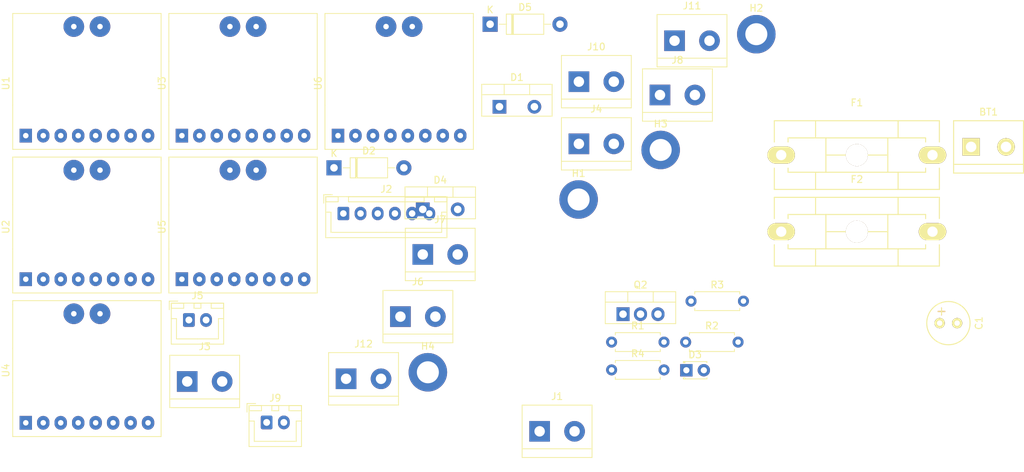
<source format=kicad_pcb>
(kicad_pcb (version 20211014) (generator pcbnew)
  (layers (0 "F.Cu" signal) (31 "B.Cu" signal) (34 "B.Paste" user) (35 "F.Paste" user) (36 "B.SilkS" user "B.Silkscreen") (37 "F.SilkS" user "F.Silkscreen") (38 "B.Mask" user) (39 "F.Mask" user) (44 "Edge.Cuts" user))
  (net 0 "")
  (net 1 "Net-(D1-Pad1)")
  (net 2 "GND")
  (net 3 "Net-(D2-Pad2)")
  (net 4 "Net-(D4-Pad1)")
  (net 5 "Net-(D5-Pad2)")
  (net 6 "Net-(D3-Pad2)")
  (net 7 "Net-(J1-Pad2)")
  (net 8 "Net-(J3-Pad2)")
  (net 9 "Net-(J4-Pad1)")
  (net 10 "Net-(J7-Pad2)")
  (net 11 "Net-(J8-Pad2)")
  (net 12 "Net-(J9-Pad1)")
  (net 13 "Net-(J10-Pad2)")
  (net 14 "Net-(C1-Pad1)")
  (net 15 "Net-(Q1-Pad2)")
  (net 16 "pinBatterySwitch")
  (net 17 "pinChargeEnable")
  (net 18 "Net-(F2-Pad1)")
  (net 19 "SCL1")
  (net 20 "SDA1")
  (net 21 "SCL0")
  (net 22 "SDA0")
  (net 23 "+3V3")
  (net 24 "V_Bat")
  (net 43 "Net-(BT1-Pad1)")
  (footprint "Package_TO_SOT_THT:TO-220-3_Vertical" (layer "F.Cu") (at 180.528 92.424)
    (fp_text reference "Q2" (at 2.54 -4.27) (layer "F.SilkS"))
    (fp_text value "IRF9540N")
    (fp_line (start -2.58 -3.27) (end 7.66 -3.27) (layer "F.SilkS") (width 0.12))
    (fp_line (start -2.58 -3.27) (end -2.58 1.371) (layer "F.SilkS") (width 0.12))
    (fp_line (start -2.58 1.371) (end 7.66 1.371) (layer "F.SilkS") (width 0.12))
    (fp_line (start -2.58 -1.76) (end 7.66 -1.76) (layer "F.SilkS") (width 0.12))
    (fp_line (start 0.69 -3.27) (end 0.69 -1.76) (layer "F.SilkS") (width 0.12))
    (fp_line (start 7.66 -3.27) (end 7.66 1.371) (layer "F.SilkS") (width 0.12))
    (fp_line (start 4.391 -3.27) (end 4.391 -1.76) (layer "F.SilkS") (width 0.12))
    (pad "1" thru_hole rect locked (at 0 0) (size 1.905 2) (drill 1.1) (layers *.Cu *.Mask) (net 12 "Net-(J9-Pad1)"))
    (pad "2" thru_hole oval locked (at 2.54 0) (size 1.905 2) (drill 1.1) (layers *.Cu *.Mask) (net 14 "Net-(C1-Pad1)"))
    (pad "3" thru_hole oval locked (at 5.08 0) (size 1.905 2) (drill 1.1) (layers *.Cu *.Mask) (net 5 "Net-(D5-Pad2)"))
  )
  (footprint "Zimprich:Elko_vert_11.2x6.3mm_RM2.5" (layer "F.Cu") (at 226.568 93.726)
    (fp_text reference "C1" (at 5.715 0 90) (layer "F.SilkS"))
    (fp_text value "100uF")
    (fp_line (start -0.23114 -1.69926) (end 0.26924 -1.69926) (layer "F.Cu") (width 0.15))
    (fp_line (start 0.26924 -1.69926) (end 0.26924 -1.30048) (layer "F.Cu") (width 0.15))
    (fp_line (start 0.26924 -1.69926) (end 0.76962 -1.69926) (layer "F.Cu") (width 0.15))
    (fp_line (start 0.26924 -1.30048) (end 0.26924 -1.19888) (layer "F.Cu") (width 0.15))
    (fp_line (start 0.26924 -1.69926) (end 0.26924 -2.19964) (layer "F.Cu") (width 0.15))
    (fp_line (start 0.26924 -2.19964) (end 0.26924 -1.19888) (layer "F.SilkS") (width 0.15))
    (fp_line (start -0.23114 -1.69926) (end 0.76962 -1.69926) (layer "F.SilkS") (width 0.15))
    (fp_circle (center 1.27 0) (end 4.4196 0) (layer "F.SilkS") (width 0.15) (fill none))
    (pad "1" thru_hole circle locked (at 0 0) (size 1.50114 1.50114) (drill 0.8001) (layers *.Cu *.Mask "F.SilkS") (net 14 "Net-(C1-Pad1)"))
    (pad "2" thru_hole circle locked (at 2.54 0) (size 1.50114 1.50114) (drill 0.8001) (layers *.Cu *.Mask "F.SilkS") (net 2 "GND"))
  )
  (footprint "Package_TO_SOT_THT:TO-220-2_Vertical" (layer "F.Cu") (at 151.41 77.17)
    (fp_text reference "D4" (at 2.54 -4.27) (layer "F.SilkS"))
    (fp_text value "MBR1045")
    (fp_line (start -2.58 -1.76) (end 7.66 -1.76) (layer "F.SilkS") (width 0.12))
    (fp_line (start -2.58 -3.27) (end 7.66 -3.27) (layer "F.SilkS") (width 0.12))
    (fp_line (start -2.58 1.371) (end 7.66 1.371) (layer "F.SilkS") (width 0.12))
    (fp_line (start 4.391 -3.27) (end 4.391 -1.76) (layer "F.SilkS") (width 0.12))
    (fp_line (start -2.58 -3.27) (end -2.58 1.371) (layer "F.SilkS") (width 0.12))
    (fp_line (start 0.69 -3.27) (end 0.69 -1.76) (layer "F.SilkS") (width 0.12))
    (fp_line (start 7.66 -3.27) (end 7.66 1.371) (layer "F.SilkS") (width 0.12))
    (pad "1" thru_hole rect locked (at 0 0) (size 2 2) (drill 1.1) (layers *.Cu *.Mask) (net 4 "Net-(D4-Pad1)"))
    (pad "2" thru_hole oval locked (at 5.08 0) (size 2 2) (drill 1.1) (layers *.Cu *.Mask) (net 2 "GND"))
  )
  (footprint "TerminalBlock:TerminalBlock_bornier-2_P5.08mm" (layer "F.Cu") (at 185.9 60.52)
    (fp_text reference "J8" (at 2.54 -5.08) (layer "F.SilkS"))
    (fp_text value "Mot_Right")
    (fp_line (start -2.54 -3.81) (end -2.54 3.81) (layer "F.SilkS") (width 0.12))
    (fp_line (start 7.62 3.81) (end 7.62 -3.81) (layer "F.SilkS") (width 0.12))
    (fp_line (start -2.54 3.81) (end 7.62 3.81) (layer "F.SilkS") (width 0.12))
    (fp_line (start 7.62 -3.81) (end -2.54 -3.81) (layer "F.SilkS") (width 0.12))
    (fp_line (start 7.62 2.54) (end -2.54 2.54) (layer "F.SilkS") (width 0.12))
    (pad "1" thru_hole rect locked (at 0 0) (size 3 3) (drill 1.52) (layers *.Cu *.Mask) (net 2 "GND"))
    (pad "2" thru_hole circle locked (at 5.08 0) (size 3 3) (drill 1.52) (layers *.Cu *.Mask) (net 11 "Net-(J8-Pad2)"))
  )
  (footprint "TerminalBlock:TerminalBlock_bornier-2_P5.08mm" (layer "F.Cu") (at 117.16 102.22)
    (fp_text reference "J3" (at 2.54 -5.08) (layer "F.SilkS"))
    (fp_text value "Mow2")
    (fp_line (start 7.62 -3.81) (end -2.54 -3.81) (layer "F.SilkS") (width 0.12))
    (fp_line (start -2.54 3.81) (end 7.62 3.81) (layer "F.SilkS") (width 0.12))
    (fp_line (start 7.62 2.54) (end -2.54 2.54) (layer "F.SilkS") (width 0.12))
    (fp_line (start 7.62 3.81) (end 7.62 -3.81) (layer "F.SilkS") (width 0.12))
    (fp_line (start -2.54 -3.81) (end -2.54 3.81) (layer "F.SilkS") (width 0.12))
    (pad "1" thru_hole rect locked (at 0 0) (size 3 3) (drill 1.52) (layers *.Cu *.Mask) (net 2 "GND"))
    (pad "2" thru_hole circle locked (at 5.08 0) (size 3 3) (drill 1.52) (layers *.Cu *.Mask) (net 8 "Net-(J3-Pad2)"))
  )
  (footprint "TerminalBlock:TerminalBlock_bornier-2_P5.08mm" (layer "F.Cu") (at 174.11 58.58)
    (fp_text reference "J10" (at 2.54 -5.08) (layer "F.SilkS"))
    (fp_text value "Mot_Left")
    (fp_line (start 7.62 3.81) (end 7.62 -3.81) (layer "F.SilkS") (width 0.12))
    (fp_line (start -2.54 -3.81) (end -2.54 3.81) (layer "F.SilkS") (width 0.12))
    (fp_line (start 7.62 2.54) (end -2.54 2.54) (layer "F.SilkS") (width 0.12))
    (fp_line (start 7.62 -3.81) (end -2.54 -3.81) (layer "F.SilkS") (width 0.12))
    (fp_line (start -2.54 3.81) (end 7.62 3.81) (layer "F.SilkS") (width 0.12))
    (pad "1" thru_hole rect locked (at 0 0) (size 3 3) (drill 1.52) (layers *.Cu *.Mask) (net 2 "GND"))
    (pad "2" thru_hole circle locked (at 5.08 0) (size 3 3) (drill 1.52) (layers *.Cu *.Mask) (net 13 "Net-(J10-Pad2)"))
  )
  (footprint "TerminalBlock:TerminalBlock_bornier-2_P5.08mm" (layer "F.Cu") (at 188.02 52.62)
    (fp_text reference "J11" (at 2.54 -5.08) (layer "F.SilkS"))
    (fp_text value "DC/DC2")
    (fp_line (start 7.62 -3.81) (end -2.54 -3.81) (layer "F.SilkS") (width 0.12))
    (fp_line (start -2.54 3.81) (end 7.62 3.81) (layer "F.SilkS") (width 0.12))
    (fp_line (start 7.62 2.54) (end -2.54 2.54) (layer "F.SilkS") (width 0.12))
    (fp_line (start -2.54 -3.81) (end -2.54 3.81) (layer "F.SilkS") (width 0.12))
    (fp_line (start 7.62 3.81) (end 7.62 -3.81) (layer "F.SilkS") (width 0.12))
    (pad "1" thru_hole rect locked (at 0 0) (size 3 3) (drill 1.52) (layers *.Cu *.Mask) (net 2 "GND"))
    (pad "2" thru_hole circle locked (at 5.08 0) (size 3 3) (drill 1.52) (layers *.Cu *.Mask) (net 24 "V_Bat"))
  )
  (footprint "Resistor_THT:R_Axial_DIN0207_L6.3mm_D2.5mm_P7.62mm_Horizontal" (layer "F.Cu") (at 178.868 100.534)
    (fp_text reference "R4" (at 3.81 -2.37) (layer "F.SilkS"))
    (fp_text value "4k7")
    (fp_line (start 0.54 -1.37) (end 7.08 -1.37) (layer "F.SilkS") (width 0.12))
    (fp_line (start 0.54 1.37) (end 7.08 1.37) (layer "F.SilkS") (width 0.12))
    (fp_line (start 0.54 1.04) (end 0.54 1.37) (layer "F.SilkS") (width 0.12))
    (fp_line (start 7.08 -1.37) (end 7.08 -1.04) (layer "F.SilkS") (width 0.12))
    (fp_line (start 0.54 -1.04) (end 0.54 -1.37) (layer "F.SilkS") (width 0.12))
    (fp_line (start 7.08 1.37) (end 7.08 1.04) (layer "F.SilkS") (width 0.12))
    (pad "1" thru_hole circle locked (at 0 0) (size 1.6 1.6) (drill 0.8) (layers *.Cu *.Mask) (net 5 "Net-(D5-Pad2)"))
    (pad "2" thru_hole oval locked (at 7.62 0) (size 1.6 1.6) (drill 0.8) (layers *.Cu *.Mask) (net 12 "Net-(J9-Pad1)"))
  )
  (footprint "Current_sense:INA226" (layer "F.Cu") (at 125.275 79.715)
    (fp_text reference "U5" (at -11.79 0 90) (layer "F.SilkS"))
    (fp_text value "INA226")
    (fp_line (start -10.79 -9.62) (end -10.79 -3.206666) (layer "F.SilkS") (width 0.12))
    (fp_line (start -10.79 -10.16) (end -10.79 -9.62) (layer "F.SilkS") (width 0.12))
    (fp_line (start 10.79 -10.16) (end 10.79 -9.62) (layer "F.SilkS") (width 0.12))
    (fp_line (start -10.79 9.62) (end 10.79 9.62) (layer "F.SilkS") (width 0.12))
    (fp_line (start 10.79 9.62) (end 10.79 -9.62) (layer "F.SilkS") (width 0.12))
    (fp_line (start 10.79 -10.16) (end -10.79 -10.16) (layer "F.SilkS") (width 0.12))
    (fp_line (start -10.79 3.206666) (end -10.79 9.62) (layer "F.SilkS") (width 0.12))
    (fp_line (start -10.79 -3.206666) (end -10.79 3.206666) (layer "F.SilkS") (width 0.12))
    (pad "1" thru_hole rect locked (at -8.89 7.62) (size 1.8 2) (drill 0.8) (layers *.Cu *.Mask))
    (pad "2" thru_hole oval locked (at -6.35 7.62) (size 1.8 2) (drill 0.8) (layers *.Cu *.Mask))
    (pad "3" thru_hole oval locked (at -3.81 7.62) (size 1.8 2) (drill 0.8) (layers *.Cu *.Mask) (net 24 "V_Bat"))
    (pad "4" thru_hole oval locked (at -1.27 7.62) (size 1.8 2) (drill 0.8) (layers *.Cu *.Mask))
    (pad "5" thru_hole oval locked (at 1.27 7.62) (size 1.8 2) (drill 0.8) (layers *.Cu *.Mask) (net 21 "SCL0"))
    (pad "6" thru_hole oval locked (at 3.81 7.62) (size 1.8 2) (drill 0.8) (layers *.Cu *.Mask) (net 22 "SDA0"))
    (pad "7" thru_hole oval locked (at 6.35 7.62) (size 1.8 2) (drill 0.8) (layers *.Cu *.Mask) (net 2 "GND"))
    (pad "8" thru_hole oval locked (at 8.89 7.62) (size 1.8 2) (drill 0.8) (layers *.Cu *.Mask) (net 23 "+3V3"))
    (pad "9" thru_hole oval locked (at -1.905 -8.255) (size 3 3) (drill 0.8) (layers *.Cu *.Mask) (net 24 "V_Bat"))
    (pad "10" thru_hole oval locked (at 1.905 -8.255) (size 3 3) (drill 0.8) (layers *.Cu *.Mask) (net 11 "Net-(J8-Pad2)"))
  )
  (footprint "Resistor_THT:R_Axial_DIN0207_L6.3mm_D2.5mm_P7.62mm_Horizontal" (layer "F.Cu") (at 190.418 90.524)
    (fp_text reference "R3" (at 3.81 -2.37) (layer "F.SilkS"))
    (fp_text value "4k7")
    (fp_line (start 0.54 -1.37) (end 7.08 -1.37) (layer "F.SilkS") (width 0.12))
    (fp_line (start 7.08 -1.37) (end 7.08 -1.04) (layer "F.SilkS") (width 0.12))
    (fp_line (start 0.54 -1.04) (end 0.54 -1.37) (layer "F.SilkS") (width 0.12))
    (fp_line (start 0.54 1.37) (end 7.08 1.37) (layer "F.SilkS") (width 0.12))
    (fp_line (start 0.54 1.04) (end 0.54 1.37) (layer "F.SilkS") (width 0.12))
    (fp_line (start 7.08 1.37) (end 7.08 1.04) (layer "F.SilkS") (width 0.12))
    (pad "1" thru_hole circle locked (at 0 0) (size 1.6 1.6) (drill 0.8) (layers *.Cu *.Mask) (net 16 "pinBatterySwitch"))
    (pad "2" thru_hole oval locked (at 7.62 0) (size 1.6 1.6) (drill 0.8) (layers *.Cu *.Mask) (net 15 "Net-(Q1-Pad2)"))
  )
  (footprint "TerminalBlock:TerminalBlock_bornier-2_P5.08mm" (layer "F.Cu") (at 140.26 101.83)
    (fp_text reference "J12" (at 2.54 -5.08) (layer "F.SilkS"))
    (fp_text value "DC/DC1")
    (fp_line (start 7.62 -3.81) (end -2.54 -3.81) (layer "F.SilkS") (width 0.12))
    (fp_line (start -2.54 -3.81) (end -2.54 3.81) (layer "F.SilkS") (width 0.12))
    (fp_line (start -2.54 3.81) (end 7.62 3.81) (layer "F.SilkS") (width 0.12))
    (fp_line (start 7.62 2.54) (end -2.54 2.54) (layer "F.SilkS") (width 0.12))
    (fp_line (start 7.62 3.81) (end 7.62 -3.81) (layer "F.SilkS") (width 0.12))
    (pad "1" thru_hole rect locked (at 0 0) (size 3 3) (drill 1.52) (layers *.Cu *.Mask) (net 2 "GND"))
    (pad "2" thru_hole circle locked (at 5.08 0) (size 3 3) (drill 1.52) (layers *.Cu *.Mask) (net 24 "V_Bat"))
  )
  (footprint "Resistor_THT:R_Axial_DIN0207_L6.3mm_D2.5mm_P7.62mm_Horizontal" (layer "F.Cu") (at 189.638 96.484)
    (fp_text reference "R2" (at 3.81 -2.37) (layer "F.SilkS"))
    (fp_text value "4k7")
    (fp_line (start 0.54 -1.04) (end 0.54 -1.37) (layer "F.SilkS") (width 0.12))
    (fp_line (start 7.08 1.37) (end 7.08 1.04) (layer "F.SilkS") (width 0.12))
    (fp_line (start 0.54 1.37) (end 7.08 1.37) (layer "F.SilkS") (width 0.12))
    (fp_line (start 7.08 -1.37) (end 7.08 -1.04) (layer "F.SilkS") (width 0.12))
    (fp_line (start 0.54 1.04) (end 0.54 1.37) (layer "F.SilkS") (width 0.12))
    (fp_line (start 0.54 -1.37) (end 7.08 -1.37) (layer "F.SilkS") (width 0.12))
    (pad "1" thru_hole circle locked (at 0 0) (size 1.6 1.6) (drill 0.8) (layers *.Cu *.Mask) (net 16 "pinBatterySwitch"))
    (pad "2" thru_hole oval locked (at 7.62 0) (size 1.6 1.6) (drill 0.8) (layers *.Cu *.Mask) (net 2 "GND"))
  )
  (footprint "Connector_JST:JST_XH_B2B-XH-A_1x02_P2.50mm_Vertical" (layer "F.Cu") (at 128.71 108.18)
    (fp_text reference "J9" (at 1.25 -3.55) (layer "F.SilkS"))
    (fp_text value "Start")
    (fp_line (start 3.25 -2.45) (end 3.25 -1.7) (layer "F.SilkS") (width 0.12))
    (fp_line (start 0.75 -2.45) (end 0.75 -1.7) (layer "F.SilkS") (width 0.12))
    (fp_line (start 3.25 -1.7) (end 5.05 -1.7) (layer "F.SilkS") (width 0.12))
    (fp_line (start 5.06 -2.46) (end -2.56 -2.46) (layer "F.SilkS") (width 0.12))
    (fp_line (start -2.56 -2.46) (end -2.56 3.51) (layer "F.SilkS") (width 0.12))
    (fp_line (start -0.75 -1.7) (end -0.75 -2.45) (layer "F.SilkS") (width 0.12))
    (fp_line (start 1.75 -2.45) (end 0.75 -2.45) (layer "F.SilkS") (width 0.12))
    (fp_line (start 5.05 -1.7) (end 5.05 -2.45) (layer "F.SilkS") (width 0.12))
    (fp_line (start 1.75 -1.7) (end 1.75 -2.45) (layer "F.SilkS") (width 0.12))
    (fp_line (start 5.05 -0.2) (end 4.3 -0.2) (layer "F.SilkS") (width 0.12))
    (fp_line (start 5.05 -2.45) (end 3.25 -2.45) (layer "F.SilkS") (width 0.12))
    (fp_line (start -2.56 3.51) (end 5.06 3.51) (layer "F.SilkS") (width 0.12))
    (fp_line (start 5.06 3.51) (end 5.06 -2.46) (layer "F.SilkS") (width 0.12))
    (fp_line (start 4.3 -0.2) (end 4.3 2.75) (layer "F.SilkS") (width 0.12))
    (fp_line (start -1.8 2.75) (end 1.25 2.75) (layer "F.SilkS") (width 0.12))
    (fp_line (start 0.75 -1.7) (end 1.75 -1.7) (layer "F.SilkS") (width 0.12))
    (fp_line (start -2.85 -2.75) (end -2.85 -1.5) (layer "F.SilkS") (width 0.12))
    (fp_line (start -0.75 -2.45) (end -2.55 -2.45) (layer "F.SilkS") (width 0.12))
    (fp_line (start -1.8 -0.2) (end -1.8 2.75) (layer "F.SilkS") (width 0.12))
    (fp_line (start -2.55 -0.2) (end -1.8 -0.2) (layer "F.SilkS") (width 0.12))
    (fp_line (start -2.55 -1.7) (end -0.75 -1.7) (layer "F.SilkS") (width 0.12))
    (fp_line (start -1.6 -2.75) (end -2.85 -2.75) (layer "F.SilkS") (width 0.12))
    (fp_line (start 4.3 2.75) (end 1.25 2.75) (layer "F.SilkS") (width 0.12))
    (fp_line (start -2.55 -2.45) (end -2.55 -1.7) (layer "F.SilkS") (width 0.12))
    (pad "1" thru_hole roundrect locked (at 0 0) (size 1.7 2) (drill 1) (layers *.Cu *.Mask) (roundrect_rratio 0.147059) (net 12 "Net-(J9-Pad1)"))
    (pad "2" thru_hole oval locked (at 2.5 0) (size 1.7 2) (drill 1) (layers *.Cu *.Mask) (net 2 "GND"))
  )
  (footprint "Zimprich:Fuseholder_Reichelt_PL112000" (layer "F.Cu") (at 214.52599 69.26326)
    (fp_text reference "F1" (at 0 -7.62) (layer "F.SilkS"))
    (fp_text value "5A" hide)
    (fp_line (start -11.99896 5.00126) (end 11.99896 5.00126) (layer "F.SilkS") (width 0.15))
    (fp_line (start 5.99948 5.00126) (end 5.99948 2.49936) (layer "F.SilkS") (width 0.15))
    (fp_line (start 9.99998 2.49936) (end 9.99998 1.89992) (layer "F.SilkS") (width 0.15))
    (fp_line (start 4.50088 -2.49936) (end 4.50088 2.49936) (layer "F.SilkS") (width 0.15))
    (fp_line (start -9.99998 -2.49936) (end -9.99998 -1.89992) (layer "F.SilkS") (width 0.15))
    (fp_line (start -11.99896 -5.00126) (end -11.99896 -1.89992) (layer "F.SilkS") (width 0.15))
    (fp_line (start -4.50088 -2.49936) (end -4.50088 2.49936) (layer "F.SilkS") (width 0.15))
    (fp_line (start -9.99998 1.89992) (end -9.99998 2.49936) (layer "F.SilkS") (width 0.15))
    (fp_line (start 11.99896 -1.89992) (end 11.99896 -5.00126) (layer "F.SilkS") (width 0.15))
    (fp_line (start -5.99948 5.00126) (end -5.99948 2.49936) (layer "F.SilkS") (width 0.15))
    (fp_line (start -9.99998 2.49936) (end 9.99998 2.49936) (layer "F.SilkS") (width 0.15))
    (fp_line (start 5.99948 -5.00126) (end 5.99948 -2.49936) (layer "F.SilkS") (width 0.15))
    (fp_line (start 9.99998 -1.89992) (end 9.99998 -2.49936) (layer "F.SilkS") (width 0.15))
    (fp_line (start -4.50088 0) (end 4.50088 0) (layer "F.SilkS") (width 0.15))
    (fp_line (start 9.99998 -2.49936) (end -9.99998 -2.49936) (layer "F.SilkS") (width 0.15))
    (fp_line (start -5.99948 -2.49936) (end -5.99948 -5.00126) (layer "F.SilkS") (width 0.15))
    (fp_line (start 11.99896 5.00126) (end 11.99896 1.89992) (layer "F.SilkS") (width 0.15))
    (fp_line (start -11.99896 1.89992) (end -11.99896 5.00126) (layer "F.SilkS") (width 0.15))
    (fp_line (start 11.99896 -5.00126) (end -11.99896 -5.00126) (layer "F.SilkS") (width 0.15))
    (pad "1" thru_hole oval (at -11.00074 0 270) (size 2.49936 4.0005) (drill 1.50114) (layers *.Cu *.Mask "F.SilkS") (net 43 "Net-(BT1-Pad1)"))
    (pad "2" thru_hole oval (at 11.00074 0 270) (size 2.49936 4.0005) (drill 1.50114) (layers *.Cu *.Mask "F.SilkS") (net 1 "Net-(D1-Pad1)"))
    (pad "~" thru_hole circle (at 0 0) (size 3.2 3.2) (drill 3.2) (layers *.Cu *.Mask "F.SilkS"))
  )
  (footprint "Connector_JST:JST_XH_B6B-XH-A_1x06_P2.50mm_Vertical" (layer "F.Cu") (at 139.86 77.77)
    (fp_text reference "J2" (at 6.25 -3.55) (layer "F.SilkS"))
    (fp_text value "Main_PCB1")
    (fp_line (start -1.8 2.75) (end 6.25 2.75) (layer "F.SilkS") (width 0.12))
    (fp_line (start 15.05 -2.45) (end 13.25 -2.45) (layer "F.SilkS") (width 0.12))
    (fp_line (start -2.56 -2.46) (end -2.56 3.51) (layer "F.SilkS") (width 0.12))
    (fp_line (start -2.55 -1.7) (end -0.75 -1.7) (layer "F.SilkS") (width 0.12))
    (fp_line (start 11.75 -1.7) (end 11.75 -2.45) (layer "F.SilkS") (width 0.12))
    (fp_line (start 15.05 -0.2) (end 14.3 -0.2) (layer "F.SilkS") (width 0.12))
    (fp_line (start 13.25 -2.45) (end 13.25 -1.7) (layer "F.SilkS") (width 0.12))
    (fp_line (start -1.8 -0.2) (end -1.8 2.75) (layer "F.SilkS") (width 0.12))
    (fp_line (start -2.56 3.51) (end 15.06 3.51) (layer "F.SilkS") (width 0.12))
    (fp_line (start 13.25 -1.7) (end 15.05 -1.7) (layer "F.SilkS") (width 0.12))
    (fp_line (start -2.55 -0.2) (end -1.8 -0.2) (layer "F.SilkS") (width 0.12))
    (fp_line (start -1.6 -2.75) (end -2.85 -2.75) (layer "F.SilkS") (width 0.12))
    (fp_line (start 14.3 -0.2) (end 14.3 2.75) (layer "F.SilkS") (width 0.12))
    (fp_line (start 15.05 -1.7) (end 15.05 -2.45) (layer "F.SilkS") (width 0.12))
    (fp_line (start -2.55 -2.45) (end -2.55 -1.7) (layer "F.SilkS") (width 0.12))
    (fp_line (start 0.75 -2.45) (end 0.75 -1.7) (layer "F.SilkS") (width 0.12))
    (fp_line (start 15.06 -2.46) (end -2.56 -2.46) (layer "F.SilkS") (width 0.12))
    (fp_line (start 11.75 -2.45) (end 0.75 -2.45) (layer "F.SilkS") (width 0.12))
    (fp_line (start 15.06 3.51) (end 15.06 -2.46) (layer "F.SilkS") (width 0.12))
    (fp_line (start 14.3 2.75) (end 6.25 2.75) (layer "F.SilkS") (width 0.12))
    (fp_line (start -2.85 -2.75) (end -2.85 -1.5) (layer "F.SilkS") (width 0.12))
    (fp_line (start -0.75 -1.7) (end -0.75 -2.45) (layer "F.SilkS") (width 0.12))
    (fp_line (start 0.75 -1.7) (end 11.75 -1.7) (layer "F.SilkS") (width 0.12))
    (fp_line (start -0.75 -2.45) (end -2.55 -2.45) (layer "F.SilkS") (width 0.12))
    (pad "1" thru_hole roundrect locked (at 0 0) (size 1.7 1.95) (drill 0.95) (layers *.Cu *.Mask) (roundrect_rratio 0.147059) (net 19 "SCL1"))
    (pad "2" thru_hole oval locked (at 2.5 0) (size 1.7 1.95) (drill 0.95) (layers *.Cu *.Mask) (net 20 "SDA1"))
    (pad "3" thru_hole oval locked (at 5 0) (size 1.7 1.95) (drill 0.95) (layers *.Cu *.Mask) (net 21 "SCL0"))
    (pad "4" thru_hole oval locked (at 7.5 0) (size 1.7 1.95) (drill 0.95) (layers *.Cu *.Mask) (net 22 "SDA0"))
    (pad "5" thru_hole oval locked (at 10 0) (size 1.7 1.95) (drill 0.95) (layers *.Cu *.Mask) (net 2 "GND"))
    (pad "6" thru_hole oval locked (at 12.5 0) (size 1.7 1.95) (drill 0.95) (layers *.Cu *.Mask) (net 23 "+3V3"))
  )
  (footprint "LED_THT:LED_D1.8mm_W3.3mm_H2.4mm" (layer "F.Cu") (at 189.738 100.584)
    (fp_text reference "D3" (at 1.27 -2.26) (layer "F.SilkS"))
    (fp_text value "LED")
    (fp_line (start -0.44 -1.26) (end -0.44 -1.08) (layer "F.SilkS") (width 0.12))
    (fp_line (start -0.32 -1.26) (end -0.32 -1.08) (layer "F.SilkS") (width 0.12))
    (fp_line (start -0.2 1.08) (end -0.2 1.26) (layer "F.SilkS") (width 0.12))
    (fp_line (start -0.44 1.08) (end -0.44 1.26) (layer "F.SilkS") (width 0.12))
    (fp_line (start 2.98 1.095) (end 2.98 1.26) (layer "F.SilkS") (width 0.12))
    (fp_line (start -0.44 -1.26) (end 2.98 -1.26) (layer "F.SilkS") (width 0.12))
    (fp_line (start -0.32 1.08) (end -0.32 1.26) (layer "F.SilkS") (width 0.12))
    (fp_line (start 2.98 -1.26) (end 2.98 -1.095) (layer "F.SilkS") (width 0.12))
    (fp_line (start -0.44 1.26) (end 2.98 1.26) (layer "F.SilkS") (width 0.12))
    (fp_line (start -0.2 -1.26) (end -0.2 -1.08) (layer "F.SilkS") (width 0.12))
    (pad "1" thru_hole rect locked (at 0 0) (size 1.8 1.8) (drill 0.9) (layers *.Cu *.Mask) (net 2 "GND"))
    (pad "2" thru_hole circle locked (at 2.54 0) (size 1.8 1.8) (drill 0.9) (layers *.Cu *.Mask) (net 6 "Net-(D3-Pad2)"))
  )
  (footprint "MountingHole:MountingHole_3.2mm_M3_DIN965_Pad_TopBottom" (layer "F.Cu") (at 186 68.52)
    (fp_text reference "H3" (at 0 -3.8) (layer "F.SilkS"))
    (fp_text value "MountingHole_Pad")
    (pad "1" connect circle locked (at 0 0) (size 5.6 5.6) (layers "B.Cu" "B.Mask") (net 2 "GND"))
    (pad "1" connect circle locked (at 0 0) (size 5.6 5.6) (layers "F.Cu" "F.Mask") (net 2 "GND"))
    (pad "1" thru_hole circle locked (at 0 0) (size 3.6 3.6) (drill 3.2) (layers *.Cu *.Mask) (net 2 "GND"))
  )
  (footprint "Zimprich:Anschlussklemme_2P_RM5,08" (layer "F.Cu") (at 233.68 68.072)
    (fp_text reference "BT1" (at 0 -5.08) (layer "F.SilkS"))
    (fp_text value "Charge")
    (fp_line (start 5.08 -3.81) (end -5.08 -3.81) (layer "F.SilkS") (width 0.15))
    (fp_line (start -5.08 -3.81) (end -5.08 3.81) (layer "F.SilkS") (width 0.15))
    (fp_line (start -5.08 3.81) (end 5.08 3.81) (layer "F.SilkS") (width 0.15))
    (fp_line (start 5.08 3.81) (end 5.08 -3.81) (layer "F.SilkS") (width 0.15))
    (fp_line (start 5.08 2.54) (end -5.08 2.54) (layer "F.SilkS") (width 0.15))
    (pad "1" thru_hole rect (at -2.54 0) (size 2.54 2.54) (drill 1.524) (layers *.Cu *.Mask "F.SilkS") (net 43 "Net-(BT1-Pad1)"))
    (pad "2" thru_hole circle (at 2.54 0) (size 2.54 2.54) (drill 1.524) (layers *.Cu *.Mask "F.SilkS") (net 2 "GND"))
  )
  (footprint "Package_TO_SOT_THT:TO-220-2_Vertical" (layer "F.Cu") (at 162.56 62.23)
    (fp_text reference "D1" (at 2.54 -4.27) (layer "F.SilkS"))
    (fp_text value "MBR1045")
    (fp_line (start 0.69 -3.27) (end 0.69 -1.76) (layer "F.SilkS") (width 0.12))
    (fp_line (start -2.58 -3.27) (end -2.58 1.371) (layer "F.SilkS") (width 0.12))
    (fp_line (start 4.391 -3.27) (end 4.391 -1.76) (layer "F.SilkS") (width 0.12))
    (fp_line (start -2.58 1.371) (end 7.66 1.371) (layer "F.SilkS") (width 0.12))
    (fp_line (start -2.58 -1.76) (end 7.66 -1.76) (layer "F.SilkS") (width 0.12))
    (fp_line (start -2.58 -3.27) (end 7.66 -3.27) (layer "F.SilkS") (width 0.12))
    (fp_line (start 7.66 -3.27) (end 7.66 1.371) (layer "F.SilkS") (width 0.12))
    (pad "1" thru_hole rect locked (at 0 0) (size 2 2) (drill 1.1) (layers *.Cu *.Mask) (net 1 "Net-(D1-Pad1)"))
    (pad "2" thru_hole oval locked (at 5.08 0) (size 2 2) (drill 1.1) (layers *.Cu *.Mask) (net 2 "GND"))
  )
  (footprint "MountingHole:MountingHole_3.2mm_M3_DIN965_Pad_TopBottom" (layer "F.Cu") (at 174.07 75.73)
    (fp_text reference "H1" (at 0 -3.8) (layer "F.SilkS"))
    (fp_text value "MountingHole_Pad")
    (pad "1" connect circle locked (at 0 0) (size 5.6 5.6) (layers "B.Cu" "B.Mask") (net 2 "GND"))
    (pad "1" connect circle locked (at 0 0) (size 5.6 5.6) (layers "F.Cu" "F.Mask") (net 2 "GND"))
    (pad "1" thru_hole circle locked (at 0 0) (size 3.6 3.6) (drill 3.2) (layers *.Cu *.Mask) (net 2 "GND"))
  )
  (footprint "Diode_THT:D_DO-41_SOD81_P10.16mm_Horizontal" (layer "F.Cu") (at 161.2 50.22)
    (fp_text reference "D5" (at 5.08 -2.47) (layer "F.SilkS"))
    (fp_text value "SB1240")
    (fp_text user "K" (at 0 -2.1) (layer "F.SilkS"))
    (fp_line (start 2.36 -1.47) (end 2.36 1.47) (layer "F.SilkS") (width 0.12))
    (fp_line (start 1.34 0) (end 2.36 0) (layer "F.SilkS") (width 0.12))
    (fp_line (start 8.82 0) (end 7.8 0) (layer "F.SilkS") (width 0.12))
    (fp_line (start 2.36 1.47) (end 7.8 1.47) (layer "F.SilkS") (width 0.12))
    (fp_line (start 3.26 -1.47) (end 3.26 1.47) (layer "F.SilkS") (width 0.12))
    (fp_line (start 3.14 -1.47) (end 3.14 1.47) (layer "F.SilkS") (width 0.12))
    (fp_line (start 7.8 1.47) (end 7.8 -1.47) (layer "F.SilkS") (width 0.12))
    (fp_line (start 7.8 -1.47) (end 2.36 -1.47) (layer "F.SilkS") (width 0.12))
    (fp_line (start 3.38 -1.47) (end 3.38 1.47) (layer "F.SilkS") (width 0.12))
    (pad "1" thru_hole rect locked (at 0 0) (size 2.2 2.2) (drill 1.1) (layers *.Cu *.Mask) (net 4 "Net-(D4-Pad1)"))
    (pad "2" thru_hole oval locked (at 10.16 0) (size 2.2 2.2) (drill 1.1) (layers *.Cu *.Mask) (net 5 "Net-(D5-Pad2)"))
  )
  (footprint "Current_sense:INA226" (layer "F.Cu") (at 102.575 79.715)
    (fp_text reference "U2" (at -11.79 0 90) (layer "F.SilkS"))
    (fp_text value "INA226")
    (fp_line (start 10.79 9.62) (end 10.79 -9.62) (layer "F.SilkS") (width 0.12))
    (fp_line (start -10.79 9.62) (end 10.79 9.62) (layer "F.SilkS") (width 0.12))
    (fp_line (start -10.79 3.206666) (end -10.79 9.62) (layer "F.SilkS") (width 0.12))
    (fp_line (start -10.79 -9.62) (end -10.79 -3.206666) (layer "F.SilkS") (width 0.12))
    (fp_line (start 10.79 -10.16) (end -10.79 -10.16) (layer "F.SilkS") (width 0.12))
    (fp_line (start -10.79 -10.16) (end -10.79 -9.62) (layer "F.SilkS") (width 0.12))
    (fp_line (start -10.79 -3.206666) (end -10.79 3.206666) (layer "F.SilkS") (width 0.12))
    (fp_line (start 10.79 -10.16) (end 10.79 -9.62) (layer "F.SilkS") (width 0.12))
    (pad "1" thru_hole rect locked (at -8.89 7.62) (size 1.8 2) (drill 0.8) (layers *.Cu *.Mask))
    (pad "2" thru_hole oval locked (at -6.35 7.62) (size 1.8 2) (drill 0.8) (layers *.Cu *.Mask))
    (pad "3" thru_hole oval locked (at -3.81 7.62) (size 1.8 2) (drill 0.8) (layers *.Cu *.Mask) (net 24 "V_Bat"))
    (pad "4" thru_hole oval locked (at -1.27 7.62) (size 1.8 2) (drill 0.8) (layers *.Cu *.Mask))
    (pad "5" thru_hole oval locked (at 1.27 7.62) (size 1.8 2) (drill 0.8) (layers *.Cu *.Mask) (net 19 "SCL1"))
    (pad "6" thru_hole oval locked (at 3.81 7.62) (size 1.8 2) (drill 0.8) (layers *.Cu *.Mask) (net 20 "SDA1"))
    (pad "7" thru_hole oval locked (at 6.35 7.62) (size 1.8 2) (drill 0.8) (layers *.Cu *.Mask) (net 2 "GND"))
    (pad "8" thru_hole oval locked (at 8.89 7.62) (size 1.8 2) (drill 0.8) (layers *.Cu *.Mask) (net 23 "+3V3"))
    (pad "9" thru_hole oval locked (at -1.905 -8.255) (size 3 3) (drill 0.8) (layers *.Cu *.Mask) (net 24 "V_Bat"))
    (pad "10" thru_hole oval locked (at 1.905 -8.255) (size 3 3) (drill 0.8) (layers *.Cu *.Mask) (net 8 "Net-(J3-Pad2)"))
  )
  (footprint "MountingHole:MountingHole_3.2mm_M3_DIN965_Pad_TopBottom" (layer "F.Cu") (at 199.91 51.67)
    (fp_text reference "H2" (at 0 -3.8) (layer "F.SilkS"))
    (fp_text value "MountingHole_Pad")
    (pad "1" thru_hole circle locked (at 0 0) (size 3.6 3.6) (drill 3.2) (layers *.Cu *.Mask) (net 2 "GND"))
    (pad "1" connect circle locked (at 0 0) (size 5.6 5.6) (layers "B.Cu" "B.Mask") (net 2 "GND"))
    (pad "1" connect circle locked (at 0 0) (size 5.6 5.6) (layers "F.Cu" "F.Mask") (net 2 "GND"))
  )
  (footprint "TerminalBlock:TerminalBlock_bornier-2_P5.08mm" (layer "F.Cu") (at 174.11 67.63)
    (fp_text reference "J4" (at 2.54 -5.08) (layer "F.SilkS"))
    (fp_text value "Battery")
    (fp_line (start 7.62 -3.81) (end -2.54 -3.81) (layer "F.SilkS") (width 0.12))
    (fp_line (start 7.62 3.81) (end 7.62 -3.81) (layer "F.SilkS") (width 0.12))
    (fp_line (start -2.54 3.81) (end 7.62 3.81) (layer "F.SilkS") (width 0.12))
    (fp_line (start -2.54 -3.81) (end -2.54 3.81) (layer "F.SilkS") (width 0.12))
    (fp_line (start 7.62 2.54) (end -2.54 2.54) (layer "F.SilkS") (width 0.12))
    (pad "1" thru_hole rect locked (at 0 0) (size 3 3) (drill 1.52) (layers *.Cu *.Mask) (net 9 "Net-(J4-Pad1)"))
    (pad "2" thru_hole circle locked (at 5.08 0) (size 3 3) (drill 1.52) (layers *.Cu *.Mask) (net 2 "GND"))
  )
  (footprint "Connector_JST:JST_XH_B2B-XH-A_1x02_P2.50mm_Vertical" (layer "F.Cu") (at 117.4 93.27)
    (fp_text reference "J5" (at 1.25 -3.55) (layer "F.SilkS"))
    (fp_text value "Main_PCB2")
    (fp_line (start -0.75 -2.45) (end -2.55 -2.45) (layer "F.SilkS") (width 0.12))
    (fp_line (start 3.25 -1.7) (end 5.05 -1.7) (layer "F.SilkS") (width 0.12))
    (fp_line (start -2.55 -2.45) (end -2.55 -1.7) (layer "F.SilkS") (width 0.12))
    (fp_line (start 1.75 -2.45) (end 0.75 -2.45) (layer "F.SilkS") (width 0.12))
    (fp_line (start -1.6 -2.75) (end -2.85 -2.75) (layer "F.SilkS") (width 0.12))
    (fp_line (start -2.55 -0.2) (end -1.8 -0.2) (layer "F.SilkS") (width 0.12))
    (fp_line (start -2.56 3.51) (end 5.06 3.51) (layer "F.SilkS") (width 0.12))
    (fp_line (start -2.85 -2.75) (end -2.85 -1.5) (layer "F.SilkS") (width 0.12))
    (fp_line (start -1.8 2.75) (end 1.25 2.75) (layer "F.SilkS") (width 0.12))
    (fp_line (start 5.05 -2.45) (end 3.25 -2.45) (layer "F.SilkS") (width 0.12))
    (fp_line (start 4.3 2.75) (end 1.25 2.75) (layer "F.SilkS") (width 0.12))
    (fp_line (start 5.05 -0.2) (end 4.3 -0.2) (layer "F.SilkS") (width 0.12))
    (fp_line (start -0.75 -1.7) (end -0.75 -2.45) (layer "F.SilkS") (width 0.12))
    (fp_line (start 3.25 -2.45) (end 3.25 -1.7) (layer "F.SilkS") (width 0.12))
    (fp_line (start 5.06 -2.46) (end -2.56 -2.46) (layer "F.SilkS") (width 0.12))
    (fp_line (start 1.75 -1.7) (end 1.75 -2.45) (layer "F.SilkS") (width 0.12))
    (fp_line (start 5.06 3.51) (end 5.06 -2.46) (layer "F.SilkS") (width 0.12))
    (fp_line (start -2.56 -2.46) (end -2.56 3.51) (layer "F.SilkS") (width 0.12))
    (fp_line (start -1.8 -0.2) (end -1.8 2.75) (layer "F.SilkS") (width 0.12))
    (fp_line (start -2.55 -1.7) (end -0.75 -1.7) (layer "F.SilkS") (width 0.12))
    (fp_line (start 0.75 -1.7) (end 1.75 -1.7) (layer "F.SilkS") (width 0.12))
    (fp_line (start 5.05 -1.7) (end 5.05 -2.45) (layer "F.SilkS") (width 0.12))
    (fp_line (start 0.75 -2.45) (end 0.75 -1.7) (layer "F.SilkS") (width 0.12))
    (fp_line (start 4.3 -0.2) (end 4.3 2.75) (layer "F.SilkS") (width 0.12))
    (pad "1" thru_hole roundrect locked (at 0 0) (size 1.7 2) (drill 1) (layers *.Cu *.Mask) (roundrect_rratio 0.147059) (net 16 "pinBatterySwitch"))
    (pad "2" thru_hole oval locked (at 2.5 0) (size 1.7 2) (drill 1) (layers *.Cu *.Mask) (net 17 "pinChargeEnable"))
  )
  (footprint "TerminalBlock:TerminalBlock_bornier-2_P5.08mm" (layer "F.Cu") (at 151.41 83.73)
    (fp_text reference "J7" (at 2.54 -5.08) (layer "F.SilkS"))
    (fp_text value "Mow1")
    (fp_line (start -2.54 3.81) (end 7.62 3.81) (layer "F.SilkS") (width 0.12))
    (fp_line (start -2.54 -3.81) (end -2.54 3.81) (layer "F.SilkS") (width 0.12))
    (fp_line (start 7.62 -3.81) (end -2.54 -3.81) (layer "F.SilkS") (width 0.12))
    (fp_line (start 7.62 3.81) (end 7.62 -3.81) (layer "F.SilkS") (width 0.12))
    (fp_line (start 7.62 2.54) (end -2.54 2.54) (layer "F.SilkS") (width 0.12))
    (pad "1" thru_hole rect locked (at 0 0) (size 3 3) (drill 1.52) (layers *.Cu *.Mask) (net 2 "GND"))
    (pad "2" thru_hole circle locked (at 5.08 0) (size 3 3) (drill 1.52) (layers *.Cu *.Mask) (net 10 "Net-(J7-Pad2)"))
  )
  (footprint "MountingHole:MountingHole_3.2mm_M3_DIN965_Pad_TopBottom" (layer "F.Cu") (at 152.15 100.88)
    (fp_text reference "H4" (at 0 -3.8) (layer "F.SilkS"))
    (fp_text value "MountingHole_Pad")
    (pad "1" connect circle locked (at 0 0) (size 5.6 5.6) (layers "B.Cu" "B.Mask") (net 2 "GND"))
    (pad "1" connect circle locked (at 0 0) (size 5.6 5.6) (layers "F.Cu" "F.Mask") (net 2 "GND"))
    (pad "1" thru_hole circle locked (at 0 0) (size 3.6 3.6) (drill 3.2) (layers *.Cu *.Mask) (net 2 "GND"))
  )
  (footprint "TerminalBlock:TerminalBlock_bornier-2_P5.08mm" (layer "F.Cu") (at 168.402 109.474)
    (fp_text reference "J1" (at 2.54 -5.08) (layer "F.SilkS"))
    (fp_text value "Mow3")
    (fp_line (start 7.62 -3.81) (end -2.54 -3.81) (layer "F.SilkS") (width 0.12))
    (fp_line (start 7.62 3.81) (end 7.62 -3.81) (layer "F.SilkS") (width 0.12))
    (fp_line (start 7.62 2.54) (end -2.54 2.54) (layer "F.SilkS") (width 0.12))
    (fp_line (start -2.54 -3.81) (end -2.54 3.81) (layer "F.SilkS") (width 0.12))
    (fp_line (start -2.54 3.81) (end 7.62 3.81) (layer "F.SilkS") (width 0.12))
    (pad "1" thru_hole rect locked (at 0 0) (size 3 3) (drill 1.52) (layers *.Cu *.Mask) (net 2 "GND"))
    (pad "2" thru_hole circle locked (at 5.08 0) (size 3 3) (drill 1.52) (layers *.Cu *.Mask) (net 7 "Net-(J1-Pad2)"))
  )
  (footprint "Resistor_THT:R_Axial_DIN0207_L6.3mm_D2.5mm_P7.62mm_Horizontal" (layer "F.Cu") (at 178.868 96.484)
    (fp_text reference "R1" (at 3.81 -2.37) (layer "F.SilkS"))
    (fp_text value "4.7kO")
    (fp_line (start 7.08 -1.37) (end 7.08 -1.04) (layer "F.SilkS") (width 0.12))
    (fp_line (start 0.54 1.37) (end 7.08 1.37) (layer "F.SilkS") (width 0.12))
    (fp_line (start 0.54 -1.04) (end 0.54 -1.37) (layer "F.SilkS") (width 0.12))
    (fp_line (start 7.08 1.37) (end 7.08 1.04) (layer "F.SilkS") (width 0.12))
    (fp_line (start 0.54 1.04) (end 0.54 1.37) (layer "F.SilkS") (width 0.12))
    (fp_line (start 0.54 -1.37) (end 7.08 -1.37) (layer "F.SilkS") (width 0.12))
    (pad "1" thru_hole circle locked (at 0 0) (size 1.6 1.6) (drill 0.8) (layers *.Cu *.Mask) (net 3 "Net-(D2-Pad2)"))
    (pad "2" thru_hole oval locked (at 7.62 0) (size 1.6 1.6) (drill 0.8) (layers *.Cu *.Mask) (net 6 "Net-(D3-Pad2)"))
  )
  (footprint "TerminalBlock:TerminalBlock_bornier-2_P5.08mm" (layer "F.Cu") (at 148.16 92.78)
    (fp_text reference "J6" (at 2.54 -5.08) (layer "F.SilkS"))
    (fp_text value "Power Switch")
    (fp_line (start 7.62 -3.81) (end -2.54 -3.81) (layer "F.SilkS") (width 0.12))
    (fp_line (start 7.62 3.81) (end 7.62 -3.81) (layer "F.SilkS") (width 0.12))
    (fp_line (start 7.62 2.54) (end -2.54 2.54) (layer "F.SilkS") (width 0.12))
    (fp_line (start -2.54 -3.81) (end -2.54 3.81) (layer "F.SilkS") (width 0.12))
    (fp_line (start -2.54 3.81) (end 7.62 3.81) (layer "F.SilkS") (width 0.12))
    (pad "1" thru_hole rect locked (at 0 0) (size 3 3) (drill 1.52) (layers *.Cu *.Mask) (net 9 "Net-(J4-Pad1)"))
    (pad "2" thru_hole circle locked (at 5.08 0) (size 3 3) (drill 1.52) (layers *.Cu *.Mask) (net 18 "Net-(F2-Pad1)"))
  )
  (footprint "Current_sense:INA226" (layer "F.Cu") (at 147.975 58.815)
    (fp_text reference "U6" (at -11.79 0 90) (layer "F.SilkS"))
    (fp_text value "INA226")
    (fp_line (start -10.79 3.206666) (end -10.79 9.62) (layer "F.SilkS") (width 0.12))
    (fp_line (start -10.79 9.62) (end 10.79 9.62) (layer "F.SilkS") (width 0.12))
    (fp_line (start -10.79 -9.62) (end -10.79 -3.206666) (layer "F.SilkS") (width 0.12))
    (fp_line (start 10.79 9.62) (end 10.79 -9.62) (layer "F.SilkS") (width 0.12))
    (fp_line (start 10.79 -10.16) (end 10.79 -9.62) (layer "F.SilkS") (width 0.12))
    (fp_line (start 10.79 -10.16) (end -10.79 -10.16) (layer "F.SilkS") (width 0.12))
    (fp_line (start -10.79 -3.206666) (end -10.79 3.206666) (layer "F.SilkS") (width 0.12))
    (fp_line (start -10.79 -10.16) (end -10.79 -9.62) (layer "F.SilkS") (width 0.12))
    (pad "1" thru_hole rect locked (at -8.89 7.62) (size 1.8 2) (drill 0.8) (layers *.Cu *.Mask))
    (pad "2" thru_hole oval locked (at -6.35 7.62) (size 1.8 2) (drill 0.8) (layers *.Cu *.Mask))
    (pad "3" thru_hole oval locked (at -3.81 7.62) (size 1.8 2) (drill 0.8) (layers *.Cu *.Mask) (net 24 "V_Bat"))
    (pad "4" thru_hole oval locked (at -1.27 7.62) (size 1.8 2) (drill 0.8) (layers *.Cu *.Mask))
    (pad "5" thru_hole oval locked (at 1.27 7.62) (size 1.8 2) (drill 0.8) (layers *.Cu *.Mask) (net 21 "SCL0"))
    (pad "6" thru_hole oval locked (at 3.81 7.62) (size 1.8 2) (drill 0.8) (layers *.Cu *.Mask) (net 22 "SDA0"))
    (pad "7" thru_hole oval locked (at 6.35 7.62) (size 1.8 2) (drill 0.8) (layers *.Cu *.Mask) (net 2 "GND"))
    (pad "8" thru_hole oval locked (at 8.89 7.62) (size 1.8 2) (drill 0.8) (layers *.Cu *.Mask) (net 23 "+3V3"))
    (pad "9" thru_hole oval locked (at -1.905 -8.255) (size 3 3) (drill 0.8) (layers *.Cu *.Mask) (net 24 "V_Bat"))
    (pad "10" thru_hole oval locked (at 1.905 -8.255) (size 3 3) (drill 0.8) (layers *.Cu *.Mask) (net 13 "Net-(J10-Pad2)"))
  )
  (footprint "Diode_THT:D_DO-41_SOD81_P10.16mm_Horizontal" (layer "F.Cu") (at 138.5 71.12)
    (fp_text reference "D2" (at 5.08 -2.47) (layer "F.SilkS"))
    (fp_text value "SB1240")
    (fp_text user "K" (at 0 -2.1) (layer "F.SilkS"))
    (fp_line (start 7.8 -1.47) (end 2.36 -1.47) (layer "F.SilkS") (width 0.12))
    (fp_line (start 1.34 0) (end 2.36 0) (layer "F.SilkS") (width 0.12))
    (fp_line (start 2.36 -1.47) (end 2.36 1.47) (layer "F.SilkS") (width 0.12))
    (fp_line (start 8.82 0) (end 7.8 0) (layer "F.SilkS") (width 0.12))
    (fp_line (start 2.36 1.47) (end 7.8 1.47) (layer "F.SilkS") (width 0.12))
    (fp_line (start 3.26 -1.47) (end 3.26 1.47) (layer "F.SilkS") (width 0.12))
    (fp_line (start 7.8 1.47) (end 7.8 -1.47) (layer "F.SilkS") (width 0.12))
    (fp_line (start 3.38 -1.47) (end 3.38 1.47) (layer "F.SilkS") (width 0.12))
    (fp_line (start 3.14 -1.47) (end 3.14 1.47) (layer "F.SilkS") (width 0.12))
    (pad "1" thru_hole rect locked (at 0 0) (size 2.2 2.2) (drill 1.1) (layers *.Cu *.Mask) (net 1 "Net-(D1-Pad1)"))
    (pad "2" thru_hole oval locked (at 10.16 0) (size 2.2 2.2) (drill 1.1) (layers *.Cu *.Mask) (net 3 "Net-(D2-Pad2)"))
  )
  (footprint "Current_sense:INA226" (layer "F.Cu") (at 125.275 58.815)
    (fp_text reference "U3" (at -11.79 0 90) (layer "F.SilkS"))
    (fp_text value "INA226")
    (fp_line (start 10.79 -10.16) (end -10.79 -10.16) (layer "F.SilkS") (width 0.12))
    (fp_line (start -10.79 -3.206666) (end -10.79 3.206666) (layer "F.SilkS") (width 0.12))
    (fp_line (start -10.79 3.206666) (end -10.79 9.62) (layer "F.SilkS") (width 0.12))
    (fp_line (start -10.79 9.62) (end 10.79 9.62) (layer "F.SilkS") (width 0.12))
    (fp_line (start -10.79 -10.16) (end -10.79 -9.62) (layer "F.SilkS") (width 0.12))
    (fp_line (start -10.79 -9.62) (end -10.79 -3.206666) (layer "F.SilkS") (width 0.12))
    (fp_line (start 10.79 -10.16) (end 10.79 -9.62) (layer "F.SilkS") (width 0.12))
    (fp_line (start 10.79 9.62) (end 10.79 -9.62) (layer "F.SilkS") (width 0.12))
    (pad "1" thru_hole rect locked (at -8.89 7.62) (size 1.8 2) (drill 0.8) (layers *.Cu *.Mask))
    (pad "2" thru_hole oval locked (at -6.35 7.62) (size 1.8 2) (drill 0.8) (layers *.Cu *.Mask))
    (pad "3" thru_hole oval locked (at -3.81 7.62) (size 1.8 2) (drill 0.8) (layers *.Cu *.Mask) (net 3 "Net-(D2-Pad2)"))
    (pad "4" thru_hole oval locked (at -1.27 7.62) (size 1.8 2) (drill 0.8) (layers *.Cu *.Mask))
    (pad "5" thru_hole oval locked (at 1.27 7.62) (size 1.8 2) (drill 0.8) (layers *.Cu *.Mask) (net 21 "SCL0"))
    (pad "6" thru_hole oval locked (at 3.81 7.62) (size 1.8 2) (drill 0.8) (layers *.Cu *.Mask) (net 22 "SDA0"))
    (pad "7" thru_hole oval locked (at 6.35 7.62) (size 1.8 2) (drill 0.8) (layers *.Cu *.Mask) (net 2 "GND"))
    (pad "8" thru_hole oval locked (at 8.89 7.62) (size 1.8 2) (drill 0.8) (layers *.Cu *.Mask) (net 23 "+3V3"))
    (pad "9" thru_hole oval locked (at -1.905 -8.255) (size 3 3) (drill 0.8) (layers *.Cu *.Mask) (net 3 "Net-(D2-Pad2)"))
    (pad "10" thru_hole oval locked (at 1.905 -8.255) (size 3 3) (drill 0.8) (layers *.Cu *.Mask) (net 9 "Net-(J4-Pad1)"))
  )
  (footprint "Current_sense:INA226" (layer "F.Cu") (at 102.575 58.815)
    (fp_text reference "U1" (at -11.79 0 90) (layer "F.SilkS"))
    (fp_text value "INA226")
    (fp_line (start 10.79 9.62) (end 10.79 -9.62) (layer "F.SilkS") (width 0.12))
    (fp_line (start 10.79 -10.16) (end -10.79 -10.16) (layer "F.SilkS") (width 0.12))
    (fp_line (start -10.79 9.62) (end 10.79 9.62) (layer "F.SilkS") (width 0.12))
    (fp_line (start -10.79 -3.206666) (end -10.79 3.206666) (layer "F.SilkS") (width 0.12))
    (fp_line (start -10.79 -10.16) (end -10.79 -9.62) (layer "F.SilkS") (width 0.12))
    (fp_line (start -10.79 -9.62) (end -10.79 -3.206666) (layer "F.SilkS") (width 0.12))
    (fp_line (start -10.79 3.206666) (end -10.79 9.62) (layer "F.SilkS") (width 0.12))
    (fp_line (start 10.79 -10.16) (end 10.79 -9.62) (layer "F.SilkS") (width 0.12))
    (pad "1" thru_hole rect locked (at -8.89 7.62) (size 1.8 2) (drill 0.8) (layers *.Cu *.Mask))
    (pad "2" thru_hole oval locked (at -6.35 7.62) (size 1.8 2) (drill 0.8) (layers *.Cu *.Mask))
    (pad "3" thru_hole oval locked (at -3.81 7.62) (size 1.8 2) (drill 0.8) (layers *.Cu *.Mask) (net 24 "V_Bat"))
    (pad "4" thru_hole oval locked (at -1.27 7.62) (size 1.8 2) (drill 0.8) (layers *.Cu *.Mask))
    (pad "5" thru_hole oval locked (at 1.27 7.62) (size 1.8 2) (drill 0.8) (layers *.Cu *.Mask) (net 19 "SCL1"))
    (pad "6" thru_hole oval locked (at 3.81 7.62) (size 1.8 2) (drill 0.8) (layers *.Cu *.Mask) (net 20 "SDA1"))
    (pad "7" thru_hole oval locked (at 6.35 7.62) (size 1.8 2) (drill 0.8) (layers *.Cu *.Mask) (net 2 "GND"))
    (pad "8" thru_hole oval locked (at 8.89 7.62) (size 1.8 2) (drill 0.8) (layers *.Cu *.Mask) (net 23 "+3V3"))
    (pad "9" thru_hole oval locked (at -1.905 -8.255) (size 3 3) (drill 0.8) (layers *.Cu *.Mask) (net 24 "V_Bat"))
    (pad "10" thru_hole oval locked (at 1.905 -8.255) (size 3 3) (drill 0.8) (layers *.Cu *.Mask) (net 7 "Net-(J1-Pad2)"))
  )
  (footprint "Zimprich:Fuseholder_Reichelt_PL112000" (layer "F.Cu") (at 214.52599 80.41326)
    (fp_text reference "F2" (at 0 -7.62) (layer "F.SilkS"))
    (fp_text value "10A" hide)
    (fp_line (start 11.99896 -5.00126) (end -11.99896 -5.00126) (layer "F.SilkS") (width 0.15))
    (fp_line (start -5.99948 5.00126) (end -5.99948 2.49936) (layer "F.SilkS") (width 0.15))
    (fp_line (start 9.99998 -2.49936) (end -9.99998 -2.49936) (layer "F.SilkS") (width 0.15))
    (fp_line (start 5.99948 -5.00126) (end 5.99948 -2.49936) (layer "F.SilkS") (width 0.15))
    (fp_line (start -4.50088 0) (end 4.50088 0) (layer "F.SilkS") (width 0.15))
    (fp_line (start -9.99998 -2.49936) (end -9.99998 -1.89992) (layer "F.SilkS") (width 0.15))
    (fp_line (start -5.99948 -2.49936) (end -5.99948 -5.00126) (layer "F.SilkS") (width 0.15))
    (fp_line (start 4.50088 -2.49936) (end 4.50088 2.49936) (layer "F.SilkS") (width 0.15))
    (fp_line (start 9.99998 -1.89992) (end 9.99998 -2.49936) (layer "F.SilkS") (width 0.15))
    (fp_line (start -9.99998 1.89992) (end -9.99998 2.49936) (layer "F.SilkS") (width 0.15))
    (fp_line (start -4.50088 -2.49936) (end -4.50088 2.49936) (layer "F.SilkS") (width 0.15))
    (fp_line (start 5.99948 5.00126) (end 5.99948 2.49936) (layer "F.SilkS") (width 0.15))
    (fp_line (start 11.99896 -1.89992) (end 11.99896 -5.00126) (layer "F.SilkS") (width 0.15))
    (fp_line (start -9.99998 2.49936) (end 9.99998 2.49936) (layer "F.SilkS") (width 0.15))
    (fp_line (start -11.99896 1.89992) (end -11.99896 5.00126) (layer "F.SilkS") (width 0.15))
    (fp_line (start -11.99896 5.00126) (end 11.99896 5.00126) (layer "F.SilkS") (width 0.15))
    (fp_line (start 11.99896 5.00126) (end 11.99896 1.89992) (layer "F.SilkS") (width 0.15))
    (fp_line (start -11.99896 -5.00126) (end -11.99896 -1.89992) (layer "F.SilkS") (width 0.15))
    (fp_line (start 9.99998 2.49936) (end 9.99998 1.89992) (layer "F.SilkS") (width 0.15))
    (pad "1" thru_hole oval (at -11.00074 0 270) (size 2.49936 4.0005) (drill 1.50114) (layers *.Cu *.Mask "F.SilkS") (net 18 "Net-(F2-Pad1)"))
    (pad "2" thru_hole oval (at 11.00074 0 270) (size 2.49936 4.0005) (drill 1.50114) (layers *.Cu *.Mask "F.SilkS") (net 4 "Net-(D4-Pad1)"))
    (pad "~" thru_hole circle (at 0 0) (size 3.2 3.2) (drill 3.2) (layers *.Cu *.Mask "F.SilkS"))
  )
  (footprint "Current_sense:INA226" (layer "F.Cu") (at 102.575 100.615)
    (fp_text reference "U4" (at -11.79 0 90) (layer "F.SilkS"))
    (fp_text value "INA226")
    (fp_line (start -10.79 -3.206666) (end -10.79 3.206666) (layer "F.SilkS") (width 0.12))
    (fp_line (start 10.79 9.62) (end 10.79 -9.62) (layer "F.SilkS") (width 0.12))
    (fp_line (start 10.79 -10.16) (end -10.79 -10.16) (layer "F.SilkS") (width 0.12))
    (fp_line (start -10.79 9.62) (end 10.79 9.62) (layer "F.SilkS") (width 0.12))
    (fp_line (start -10.79 -10.16) (end -10.79 -9.62) (layer "F.SilkS") (width 0.12))
    (fp_line (start -10.79 3.206666) (end -10.79 9.62) (layer "F.SilkS") (width 0.12))
    (fp_line (start -10.79 -9.62) (end -10.79 -3.206666) (layer "F.SilkS") (width 0.12))
    (fp_line (start 10.79 -10.16) (end 10.79 -9.62) (layer "F.SilkS") (width 0.12))
    (pad "1" thru_hole rect locked (at -8.89 7.62) (size 1.8 2) (drill 0.8) (layers *.Cu *.Mask))
    (pad "2" thru_hole oval locked (at -6.35 7.62) (size 1.8 2) (drill 0.8) (layers *.Cu *.Mask))
    (pad "3" thru_hole oval locked (at -3.81 7.62) (size 1.8 2) (drill 0.8) (layers *.Cu *.Mask) (net 24 "V_Bat"))
    (pad "4" thru_hole oval locked (at -1.27 7.62) (size 1.8 2) (drill 0.8) (layers *.Cu *.Mask))
    (pad "5" thru_hole oval locked (at 1.27 7.62) (size 1.8 2) (drill 0.8) (layers *.Cu *.Mask) (net 19 "SCL1"))
    (pad "6" thru_hole oval locked (at 3.81 7.62) (size 1.8 2) (drill 0.8) (layers *.Cu *.Mask) (net 20 "SDA1"))
    (pad "7" thru_hole oval locked (at 6.35 7.62) (size 1.8 2) (drill 0.8) (layers *.Cu *.Mask) (net 2 "GND"))
    (pad "8" thru_hole oval locked (at 8.89 7.62) (size 1.8 2) (drill 0.8) (layers *.Cu *.Mask) (net 23 "+3V3"))
    (pad "9" thru_hole oval locked (at -1.905 -8.255) (size 3 3) (drill 0.8) (layers *.Cu *.Mask) (net 24 "V_Bat"))
    (pad "10" thru_hole oval locked (at 1.905 -8.255) (size 3 3) (drill 0.8) (layers *.Cu *.Mask) (net 10 "Net-(J7-Pad2)"))
  )
)
</source>
